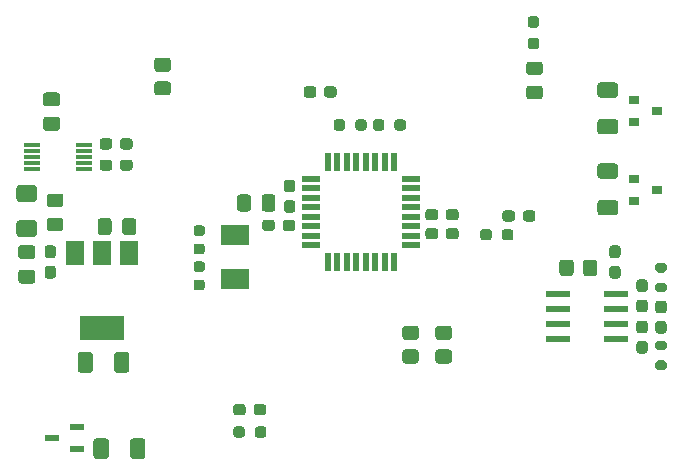
<source format=gbr>
%TF.GenerationSoftware,KiCad,Pcbnew,(5.1.9)-1*%
%TF.CreationDate,2021-06-02T07:50:45+02:00*%
%TF.ProjectId,MyReflowController,4d795265-666c-46f7-9743-6f6e74726f6c,rev?*%
%TF.SameCoordinates,Original*%
%TF.FileFunction,Paste,Top*%
%TF.FilePolarity,Positive*%
%FSLAX46Y46*%
G04 Gerber Fmt 4.6, Leading zero omitted, Abs format (unit mm)*
G04 Created by KiCad (PCBNEW (5.1.9)-1) date 2021-06-02 07:50:45*
%MOMM*%
%LPD*%
G01*
G04 APERTURE LIST*
%ADD10R,1.300000X0.600000*%
%ADD11R,0.900000X0.800000*%
%ADD12R,0.550000X1.500000*%
%ADD13R,1.500000X0.550000*%
%ADD14R,2.000000X0.600000*%
%ADD15R,3.800000X2.000000*%
%ADD16R,1.500000X2.000000*%
%ADD17R,1.400000X0.300000*%
%ADD18R,2.400000X1.700000*%
G04 APERTURE END LIST*
%TO.C,C1*%
G36*
G01*
X63797500Y-44412500D02*
X63322500Y-44412500D01*
G75*
G02*
X63085000Y-44175000I0J237500D01*
G01*
X63085000Y-43575000D01*
G75*
G02*
X63322500Y-43337500I237500J0D01*
G01*
X63797500Y-43337500D01*
G75*
G02*
X64035000Y-43575000I0J-237500D01*
G01*
X64035000Y-44175000D01*
G75*
G02*
X63797500Y-44412500I-237500J0D01*
G01*
G37*
G36*
G01*
X63797500Y-46137500D02*
X63322500Y-46137500D01*
G75*
G02*
X63085000Y-45900000I0J237500D01*
G01*
X63085000Y-45300000D01*
G75*
G02*
X63322500Y-45062500I237500J0D01*
G01*
X63797500Y-45062500D01*
G75*
G02*
X64035000Y-45300000I0J-237500D01*
G01*
X64035000Y-45900000D01*
G75*
G02*
X63797500Y-46137500I-237500J0D01*
G01*
G37*
%TD*%
%TO.C,C2*%
G36*
G01*
X64037500Y-46962500D02*
X64037500Y-47437500D01*
G75*
G02*
X63800000Y-47675000I-237500J0D01*
G01*
X63200000Y-47675000D01*
G75*
G02*
X62962500Y-47437500I0J237500D01*
G01*
X62962500Y-46962500D01*
G75*
G02*
X63200000Y-46725000I237500J0D01*
G01*
X63800000Y-46725000D01*
G75*
G02*
X64037500Y-46962500I0J-237500D01*
G01*
G37*
G36*
G01*
X62312500Y-46962500D02*
X62312500Y-47437500D01*
G75*
G02*
X62075000Y-47675000I-237500J0D01*
G01*
X61475000Y-47675000D01*
G75*
G02*
X61237500Y-47437500I0J237500D01*
G01*
X61237500Y-46962500D01*
G75*
G02*
X61475000Y-46725000I237500J0D01*
G01*
X62075000Y-46725000D01*
G75*
G02*
X62312500Y-46962500I0J-237500D01*
G01*
G37*
%TD*%
%TO.C,C3*%
G36*
G01*
X60287500Y-44825000D02*
X60287500Y-45775000D01*
G75*
G02*
X60037500Y-46025000I-250000J0D01*
G01*
X59362500Y-46025000D01*
G75*
G02*
X59112500Y-45775000I0J250000D01*
G01*
X59112500Y-44825000D01*
G75*
G02*
X59362500Y-44575000I250000J0D01*
G01*
X60037500Y-44575000D01*
G75*
G02*
X60287500Y-44825000I0J-250000D01*
G01*
G37*
G36*
G01*
X62362500Y-44825000D02*
X62362500Y-45775000D01*
G75*
G02*
X62112500Y-46025000I-250000J0D01*
G01*
X61437500Y-46025000D01*
G75*
G02*
X61187500Y-45775000I0J250000D01*
G01*
X61187500Y-44825000D01*
G75*
G02*
X61437500Y-44575000I250000J0D01*
G01*
X62112500Y-44575000D01*
G75*
G02*
X62362500Y-44825000I0J-250000D01*
G01*
G37*
%TD*%
%TO.C,C4*%
G36*
G01*
X77862500Y-46062500D02*
X77862500Y-46537500D01*
G75*
G02*
X77625000Y-46775000I-237500J0D01*
G01*
X77025000Y-46775000D01*
G75*
G02*
X76787500Y-46537500I0J237500D01*
G01*
X76787500Y-46062500D01*
G75*
G02*
X77025000Y-45825000I237500J0D01*
G01*
X77625000Y-45825000D01*
G75*
G02*
X77862500Y-46062500I0J-237500D01*
G01*
G37*
G36*
G01*
X76137500Y-46062500D02*
X76137500Y-46537500D01*
G75*
G02*
X75900000Y-46775000I-237500J0D01*
G01*
X75300000Y-46775000D01*
G75*
G02*
X75062500Y-46537500I0J237500D01*
G01*
X75062500Y-46062500D01*
G75*
G02*
X75300000Y-45825000I237500J0D01*
G01*
X75900000Y-45825000D01*
G75*
G02*
X76137500Y-46062500I0J-237500D01*
G01*
G37*
%TD*%
%TO.C,C5*%
G36*
G01*
X55650000Y-47200000D02*
X56150000Y-47200000D01*
G75*
G02*
X56375000Y-47425000I0J-225000D01*
G01*
X56375000Y-47875000D01*
G75*
G02*
X56150000Y-48100000I-225000J0D01*
G01*
X55650000Y-48100000D01*
G75*
G02*
X55425000Y-47875000I0J225000D01*
G01*
X55425000Y-47425000D01*
G75*
G02*
X55650000Y-47200000I225000J0D01*
G01*
G37*
G36*
G01*
X55650000Y-48750000D02*
X56150000Y-48750000D01*
G75*
G02*
X56375000Y-48975000I0J-225000D01*
G01*
X56375000Y-49425000D01*
G75*
G02*
X56150000Y-49650000I-225000J0D01*
G01*
X55650000Y-49650000D01*
G75*
G02*
X55425000Y-49425000I0J225000D01*
G01*
X55425000Y-48975000D01*
G75*
G02*
X55650000Y-48750000I225000J0D01*
G01*
G37*
%TD*%
%TO.C,C6*%
G36*
G01*
X76137500Y-47662500D02*
X76137500Y-48137500D01*
G75*
G02*
X75900000Y-48375000I-237500J0D01*
G01*
X75300000Y-48375000D01*
G75*
G02*
X75062500Y-48137500I0J237500D01*
G01*
X75062500Y-47662500D01*
G75*
G02*
X75300000Y-47425000I237500J0D01*
G01*
X75900000Y-47425000D01*
G75*
G02*
X76137500Y-47662500I0J-237500D01*
G01*
G37*
G36*
G01*
X77862500Y-47662500D02*
X77862500Y-48137500D01*
G75*
G02*
X77625000Y-48375000I-237500J0D01*
G01*
X77025000Y-48375000D01*
G75*
G02*
X76787500Y-48137500I0J237500D01*
G01*
X76787500Y-47662500D01*
G75*
G02*
X77025000Y-47425000I237500J0D01*
G01*
X77625000Y-47425000D01*
G75*
G02*
X77862500Y-47662500I0J-237500D01*
G01*
G37*
%TD*%
%TO.C,C7*%
G36*
G01*
X93637500Y-56337500D02*
X93162500Y-56337500D01*
G75*
G02*
X92925000Y-56100000I0J237500D01*
G01*
X92925000Y-55500000D01*
G75*
G02*
X93162500Y-55262500I237500J0D01*
G01*
X93637500Y-55262500D01*
G75*
G02*
X93875000Y-55500000I0J-237500D01*
G01*
X93875000Y-56100000D01*
G75*
G02*
X93637500Y-56337500I-237500J0D01*
G01*
G37*
G36*
G01*
X93637500Y-58062500D02*
X93162500Y-58062500D01*
G75*
G02*
X92925000Y-57825000I0J237500D01*
G01*
X92925000Y-57225000D01*
G75*
G02*
X93162500Y-56987500I237500J0D01*
G01*
X93637500Y-56987500D01*
G75*
G02*
X93875000Y-57225000I0J-237500D01*
G01*
X93875000Y-57825000D01*
G75*
G02*
X93637500Y-58062500I-237500J0D01*
G01*
G37*
%TD*%
%TO.C,C8*%
G36*
G01*
X95237500Y-54637500D02*
X94762500Y-54637500D01*
G75*
G02*
X94525000Y-54400000I0J237500D01*
G01*
X94525000Y-53800000D01*
G75*
G02*
X94762500Y-53562500I237500J0D01*
G01*
X95237500Y-53562500D01*
G75*
G02*
X95475000Y-53800000I0J-237500D01*
G01*
X95475000Y-54400000D01*
G75*
G02*
X95237500Y-54637500I-237500J0D01*
G01*
G37*
G36*
G01*
X95237500Y-56362500D02*
X94762500Y-56362500D01*
G75*
G02*
X94525000Y-56125000I0J237500D01*
G01*
X94525000Y-55525000D01*
G75*
G02*
X94762500Y-55287500I237500J0D01*
G01*
X95237500Y-55287500D01*
G75*
G02*
X95475000Y-55525000I0J-237500D01*
G01*
X95475000Y-56125000D01*
G75*
G02*
X95237500Y-56362500I-237500J0D01*
G01*
G37*
%TD*%
%TO.C,C9*%
G36*
G01*
X55650000Y-51800000D02*
X56150000Y-51800000D01*
G75*
G02*
X56375000Y-52025000I0J-225000D01*
G01*
X56375000Y-52475000D01*
G75*
G02*
X56150000Y-52700000I-225000J0D01*
G01*
X55650000Y-52700000D01*
G75*
G02*
X55425000Y-52475000I0J225000D01*
G01*
X55425000Y-52025000D01*
G75*
G02*
X55650000Y-51800000I225000J0D01*
G01*
G37*
G36*
G01*
X55650000Y-50250000D02*
X56150000Y-50250000D01*
G75*
G02*
X56375000Y-50475000I0J-225000D01*
G01*
X56375000Y-50925000D01*
G75*
G02*
X56150000Y-51150000I-225000J0D01*
G01*
X55650000Y-51150000D01*
G75*
G02*
X55425000Y-50925000I0J225000D01*
G01*
X55425000Y-50475000D01*
G75*
G02*
X55650000Y-50250000I225000J0D01*
G01*
G37*
%TD*%
%TO.C,C10*%
G36*
G01*
X93637500Y-54562500D02*
X93162500Y-54562500D01*
G75*
G02*
X92925000Y-54325000I0J237500D01*
G01*
X92925000Y-53725000D01*
G75*
G02*
X93162500Y-53487500I237500J0D01*
G01*
X93637500Y-53487500D01*
G75*
G02*
X93875000Y-53725000I0J-237500D01*
G01*
X93875000Y-54325000D01*
G75*
G02*
X93637500Y-54562500I-237500J0D01*
G01*
G37*
G36*
G01*
X93637500Y-52837500D02*
X93162500Y-52837500D01*
G75*
G02*
X92925000Y-52600000I0J237500D01*
G01*
X92925000Y-52000000D01*
G75*
G02*
X93162500Y-51762500I237500J0D01*
G01*
X93637500Y-51762500D01*
G75*
G02*
X93875000Y-52000000I0J-237500D01*
G01*
X93875000Y-52600000D01*
G75*
G02*
X93637500Y-52837500I-237500J0D01*
G01*
G37*
%TD*%
%TO.C,C11*%
G36*
G01*
X41775000Y-52125000D02*
X40825000Y-52125000D01*
G75*
G02*
X40575000Y-51875000I0J250000D01*
G01*
X40575000Y-51200000D01*
G75*
G02*
X40825000Y-50950000I250000J0D01*
G01*
X41775000Y-50950000D01*
G75*
G02*
X42025000Y-51200000I0J-250000D01*
G01*
X42025000Y-51875000D01*
G75*
G02*
X41775000Y-52125000I-250000J0D01*
G01*
G37*
G36*
G01*
X41775000Y-50050000D02*
X40825000Y-50050000D01*
G75*
G02*
X40575000Y-49800000I0J250000D01*
G01*
X40575000Y-49125000D01*
G75*
G02*
X40825000Y-48875000I250000J0D01*
G01*
X41775000Y-48875000D01*
G75*
G02*
X42025000Y-49125000I0J-250000D01*
G01*
X42025000Y-49800000D01*
G75*
G02*
X41775000Y-50050000I-250000J0D01*
G01*
G37*
%TD*%
%TO.C,C12*%
G36*
G01*
X91337500Y-51700000D02*
X90862500Y-51700000D01*
G75*
G02*
X90625000Y-51462500I0J237500D01*
G01*
X90625000Y-50862500D01*
G75*
G02*
X90862500Y-50625000I237500J0D01*
G01*
X91337500Y-50625000D01*
G75*
G02*
X91575000Y-50862500I0J-237500D01*
G01*
X91575000Y-51462500D01*
G75*
G02*
X91337500Y-51700000I-237500J0D01*
G01*
G37*
G36*
G01*
X91337500Y-49975000D02*
X90862500Y-49975000D01*
G75*
G02*
X90625000Y-49737500I0J237500D01*
G01*
X90625000Y-49137500D01*
G75*
G02*
X90862500Y-48900000I237500J0D01*
G01*
X91337500Y-48900000D01*
G75*
G02*
X91575000Y-49137500I0J-237500D01*
G01*
X91575000Y-49737500D01*
G75*
G02*
X91337500Y-49975000I-237500J0D01*
G01*
G37*
%TD*%
%TO.C,C13*%
G36*
G01*
X43062500Y-48900000D02*
X43537500Y-48900000D01*
G75*
G02*
X43775000Y-49137500I0J-237500D01*
G01*
X43775000Y-49737500D01*
G75*
G02*
X43537500Y-49975000I-237500J0D01*
G01*
X43062500Y-49975000D01*
G75*
G02*
X42825000Y-49737500I0J237500D01*
G01*
X42825000Y-49137500D01*
G75*
G02*
X43062500Y-48900000I237500J0D01*
G01*
G37*
G36*
G01*
X43062500Y-50625000D02*
X43537500Y-50625000D01*
G75*
G02*
X43775000Y-50862500I0J-237500D01*
G01*
X43775000Y-51462500D01*
G75*
G02*
X43537500Y-51700000I-237500J0D01*
G01*
X43062500Y-51700000D01*
G75*
G02*
X42825000Y-51462500I0J237500D01*
G01*
X42825000Y-50862500D01*
G75*
G02*
X43062500Y-50625000I237500J0D01*
G01*
G37*
%TD*%
%TO.C,C14*%
G36*
G01*
X47312500Y-47775000D02*
X47312500Y-46825000D01*
G75*
G02*
X47562500Y-46575000I250000J0D01*
G01*
X48237500Y-46575000D01*
G75*
G02*
X48487500Y-46825000I0J-250000D01*
G01*
X48487500Y-47775000D01*
G75*
G02*
X48237500Y-48025000I-250000J0D01*
G01*
X47562500Y-48025000D01*
G75*
G02*
X47312500Y-47775000I0J250000D01*
G01*
G37*
G36*
G01*
X49387500Y-47775000D02*
X49387500Y-46825000D01*
G75*
G02*
X49637500Y-46575000I250000J0D01*
G01*
X50312500Y-46575000D01*
G75*
G02*
X50562500Y-46825000I0J-250000D01*
G01*
X50562500Y-47775000D01*
G75*
G02*
X50312500Y-48025000I-250000J0D01*
G01*
X49637500Y-48025000D01*
G75*
G02*
X49387500Y-47775000I0J250000D01*
G01*
G37*
%TD*%
%TO.C,C15*%
G36*
G01*
X67537500Y-35662500D02*
X67537500Y-36137500D01*
G75*
G02*
X67300000Y-36375000I-237500J0D01*
G01*
X66700000Y-36375000D01*
G75*
G02*
X66462500Y-36137500I0J237500D01*
G01*
X66462500Y-35662500D01*
G75*
G02*
X66700000Y-35425000I237500J0D01*
G01*
X67300000Y-35425000D01*
G75*
G02*
X67537500Y-35662500I0J-237500D01*
G01*
G37*
G36*
G01*
X65812500Y-35662500D02*
X65812500Y-36137500D01*
G75*
G02*
X65575000Y-36375000I-237500J0D01*
G01*
X64975000Y-36375000D01*
G75*
G02*
X64737500Y-36137500I0J237500D01*
G01*
X64737500Y-35662500D01*
G75*
G02*
X64975000Y-35425000I237500J0D01*
G01*
X65575000Y-35425000D01*
G75*
G02*
X65812500Y-35662500I0J-237500D01*
G01*
G37*
%TD*%
%TO.C,C16*%
G36*
G01*
X48537500Y-41862500D02*
X48537500Y-42337500D01*
G75*
G02*
X48300000Y-42575000I-237500J0D01*
G01*
X47700000Y-42575000D01*
G75*
G02*
X47462500Y-42337500I0J237500D01*
G01*
X47462500Y-41862500D01*
G75*
G02*
X47700000Y-41625000I237500J0D01*
G01*
X48300000Y-41625000D01*
G75*
G02*
X48537500Y-41862500I0J-237500D01*
G01*
G37*
G36*
G01*
X50262500Y-41862500D02*
X50262500Y-42337500D01*
G75*
G02*
X50025000Y-42575000I-237500J0D01*
G01*
X49425000Y-42575000D01*
G75*
G02*
X49187500Y-42337500I0J237500D01*
G01*
X49187500Y-41862500D01*
G75*
G02*
X49425000Y-41625000I237500J0D01*
G01*
X50025000Y-41625000D01*
G75*
G02*
X50262500Y-41862500I0J-237500D01*
G01*
G37*
%TD*%
%TO.C,C17*%
G36*
G01*
X43875000Y-37112500D02*
X42925000Y-37112500D01*
G75*
G02*
X42675000Y-36862500I0J250000D01*
G01*
X42675000Y-36187500D01*
G75*
G02*
X42925000Y-35937500I250000J0D01*
G01*
X43875000Y-35937500D01*
G75*
G02*
X44125000Y-36187500I0J-250000D01*
G01*
X44125000Y-36862500D01*
G75*
G02*
X43875000Y-37112500I-250000J0D01*
G01*
G37*
G36*
G01*
X43875000Y-39187500D02*
X42925000Y-39187500D01*
G75*
G02*
X42675000Y-38937500I0J250000D01*
G01*
X42675000Y-38262500D01*
G75*
G02*
X42925000Y-38012500I250000J0D01*
G01*
X43875000Y-38012500D01*
G75*
G02*
X44125000Y-38262500I0J-250000D01*
G01*
X44125000Y-38937500D01*
G75*
G02*
X43875000Y-39187500I-250000J0D01*
G01*
G37*
%TD*%
%TO.C,C18*%
G36*
G01*
X48537500Y-40062500D02*
X48537500Y-40537500D01*
G75*
G02*
X48300000Y-40775000I-237500J0D01*
G01*
X47700000Y-40775000D01*
G75*
G02*
X47462500Y-40537500I0J237500D01*
G01*
X47462500Y-40062500D01*
G75*
G02*
X47700000Y-39825000I237500J0D01*
G01*
X48300000Y-39825000D01*
G75*
G02*
X48537500Y-40062500I0J-237500D01*
G01*
G37*
G36*
G01*
X50262500Y-40062500D02*
X50262500Y-40537500D01*
G75*
G02*
X50025000Y-40775000I-237500J0D01*
G01*
X49425000Y-40775000D01*
G75*
G02*
X49187500Y-40537500I0J237500D01*
G01*
X49187500Y-40062500D01*
G75*
G02*
X49425000Y-39825000I237500J0D01*
G01*
X50025000Y-39825000D01*
G75*
G02*
X50262500Y-40062500I0J-237500D01*
G01*
G37*
%TD*%
%TO.C,D1*%
G36*
G01*
X84750001Y-36525000D02*
X83849999Y-36525000D01*
G75*
G02*
X83600000Y-36275001I0J249999D01*
G01*
X83600000Y-35624999D01*
G75*
G02*
X83849999Y-35375000I249999J0D01*
G01*
X84750001Y-35375000D01*
G75*
G02*
X85000000Y-35624999I0J-249999D01*
G01*
X85000000Y-36275001D01*
G75*
G02*
X84750001Y-36525000I-249999J0D01*
G01*
G37*
G36*
G01*
X84750001Y-34475000D02*
X83849999Y-34475000D01*
G75*
G02*
X83600000Y-34225001I0J249999D01*
G01*
X83600000Y-33574999D01*
G75*
G02*
X83849999Y-33325000I249999J0D01*
G01*
X84750001Y-33325000D01*
G75*
G02*
X85000000Y-33574999I0J-249999D01*
G01*
X85000000Y-34225001D01*
G75*
G02*
X84750001Y-34475000I-249999J0D01*
G01*
G37*
%TD*%
%TO.C,D2*%
G36*
G01*
X58775000Y-63037500D02*
X58775000Y-62562500D01*
G75*
G02*
X59012500Y-62325000I237500J0D01*
G01*
X59587500Y-62325000D01*
G75*
G02*
X59825000Y-62562500I0J-237500D01*
G01*
X59825000Y-63037500D01*
G75*
G02*
X59587500Y-63275000I-237500J0D01*
G01*
X59012500Y-63275000D01*
G75*
G02*
X58775000Y-63037500I0J237500D01*
G01*
G37*
G36*
G01*
X60525000Y-63037500D02*
X60525000Y-62562500D01*
G75*
G02*
X60762500Y-62325000I237500J0D01*
G01*
X61337500Y-62325000D01*
G75*
G02*
X61575000Y-62562500I0J-237500D01*
G01*
X61575000Y-63037500D01*
G75*
G02*
X61337500Y-63275000I-237500J0D01*
G01*
X60762500Y-63275000D01*
G75*
G02*
X60525000Y-63037500I0J237500D01*
G01*
G37*
%TD*%
%TO.C,D3*%
G36*
G01*
X84375000Y-46162500D02*
X84375000Y-46637500D01*
G75*
G02*
X84137500Y-46875000I-237500J0D01*
G01*
X83562500Y-46875000D01*
G75*
G02*
X83325000Y-46637500I0J237500D01*
G01*
X83325000Y-46162500D01*
G75*
G02*
X83562500Y-45925000I237500J0D01*
G01*
X84137500Y-45925000D01*
G75*
G02*
X84375000Y-46162500I0J-237500D01*
G01*
G37*
G36*
G01*
X82625000Y-46162500D02*
X82625000Y-46637500D01*
G75*
G02*
X82387500Y-46875000I-237500J0D01*
G01*
X81812500Y-46875000D01*
G75*
G02*
X81575000Y-46637500I0J237500D01*
G01*
X81575000Y-46162500D01*
G75*
G02*
X81812500Y-45925000I237500J0D01*
G01*
X82387500Y-45925000D01*
G75*
G02*
X82625000Y-46162500I0J-237500D01*
G01*
G37*
%TD*%
%TO.C,F1*%
G36*
G01*
X40675000Y-43787500D02*
X41925000Y-43787500D01*
G75*
G02*
X42175000Y-44037500I0J-250000D01*
G01*
X42175000Y-44962500D01*
G75*
G02*
X41925000Y-45212500I-250000J0D01*
G01*
X40675000Y-45212500D01*
G75*
G02*
X40425000Y-44962500I0J250000D01*
G01*
X40425000Y-44037500D01*
G75*
G02*
X40675000Y-43787500I250000J0D01*
G01*
G37*
G36*
G01*
X40675000Y-46762500D02*
X41925000Y-46762500D01*
G75*
G02*
X42175000Y-47012500I0J-250000D01*
G01*
X42175000Y-47937500D01*
G75*
G02*
X41925000Y-48187500I-250000J0D01*
G01*
X40675000Y-48187500D01*
G75*
G02*
X40425000Y-47937500I0J250000D01*
G01*
X40425000Y-47012500D01*
G75*
G02*
X40675000Y-46762500I250000J0D01*
G01*
G37*
%TD*%
%TO.C,FB1*%
G36*
G01*
X44150001Y-47700000D02*
X43249999Y-47700000D01*
G75*
G02*
X43000000Y-47450001I0J249999D01*
G01*
X43000000Y-46799999D01*
G75*
G02*
X43249999Y-46550000I249999J0D01*
G01*
X44150001Y-46550000D01*
G75*
G02*
X44400000Y-46799999I0J-249999D01*
G01*
X44400000Y-47450001D01*
G75*
G02*
X44150001Y-47700000I-249999J0D01*
G01*
G37*
G36*
G01*
X44150001Y-45650000D02*
X43249999Y-45650000D01*
G75*
G02*
X43000000Y-45400001I0J249999D01*
G01*
X43000000Y-44749999D01*
G75*
G02*
X43249999Y-44500000I249999J0D01*
G01*
X44150001Y-44500000D01*
G75*
G02*
X44400000Y-44749999I0J-249999D01*
G01*
X44400000Y-45400001D01*
G75*
G02*
X44150001Y-45650000I-249999J0D01*
G01*
G37*
%TD*%
D10*
%TO.C,Q1*%
X43450000Y-65200000D03*
X45550000Y-64250000D03*
X45550000Y-66150000D03*
%TD*%
D11*
%TO.C,Q2*%
X92700000Y-36550000D03*
X92700000Y-38450000D03*
X94700000Y-37500000D03*
%TD*%
%TO.C,Q3*%
X94700000Y-44200000D03*
X92700000Y-45150000D03*
X92700000Y-43250000D03*
%TD*%
%TO.C,R1*%
G36*
G01*
X69112500Y-38937500D02*
X69112500Y-38462500D01*
G75*
G02*
X69350000Y-38225000I237500J0D01*
G01*
X69850000Y-38225000D01*
G75*
G02*
X70087500Y-38462500I0J-237500D01*
G01*
X70087500Y-38937500D01*
G75*
G02*
X69850000Y-39175000I-237500J0D01*
G01*
X69350000Y-39175000D01*
G75*
G02*
X69112500Y-38937500I0J237500D01*
G01*
G37*
G36*
G01*
X67287500Y-38937500D02*
X67287500Y-38462500D01*
G75*
G02*
X67525000Y-38225000I237500J0D01*
G01*
X68025000Y-38225000D01*
G75*
G02*
X68262500Y-38462500I0J-237500D01*
G01*
X68262500Y-38937500D01*
G75*
G02*
X68025000Y-39175000I-237500J0D01*
G01*
X67525000Y-39175000D01*
G75*
G02*
X67287500Y-38937500I0J237500D01*
G01*
G37*
%TD*%
%TO.C,R2*%
G36*
G01*
X71587500Y-38462500D02*
X71587500Y-38937500D01*
G75*
G02*
X71350000Y-39175000I-237500J0D01*
G01*
X70850000Y-39175000D01*
G75*
G02*
X70612500Y-38937500I0J237500D01*
G01*
X70612500Y-38462500D01*
G75*
G02*
X70850000Y-38225000I237500J0D01*
G01*
X71350000Y-38225000D01*
G75*
G02*
X71587500Y-38462500I0J-237500D01*
G01*
G37*
G36*
G01*
X73412500Y-38462500D02*
X73412500Y-38937500D01*
G75*
G02*
X73175000Y-39175000I-237500J0D01*
G01*
X72675000Y-39175000D01*
G75*
G02*
X72437500Y-38937500I0J237500D01*
G01*
X72437500Y-38462500D01*
G75*
G02*
X72675000Y-38225000I237500J0D01*
G01*
X73175000Y-38225000D01*
G75*
G02*
X73412500Y-38462500I0J-237500D01*
G01*
G37*
%TD*%
%TO.C,R3*%
G36*
G01*
X52349999Y-35000000D02*
X53250001Y-35000000D01*
G75*
G02*
X53500000Y-35249999I0J-249999D01*
G01*
X53500000Y-35950001D01*
G75*
G02*
X53250001Y-36200000I-249999J0D01*
G01*
X52349999Y-36200000D01*
G75*
G02*
X52100000Y-35950001I0J249999D01*
G01*
X52100000Y-35249999D01*
G75*
G02*
X52349999Y-35000000I249999J0D01*
G01*
G37*
G36*
G01*
X52349999Y-33000000D02*
X53250001Y-33000000D01*
G75*
G02*
X53500000Y-33249999I0J-249999D01*
G01*
X53500000Y-33950001D01*
G75*
G02*
X53250001Y-34200000I-249999J0D01*
G01*
X52349999Y-34200000D01*
G75*
G02*
X52100000Y-33950001I0J249999D01*
G01*
X52100000Y-33249999D01*
G75*
G02*
X52349999Y-33000000I249999J0D01*
G01*
G37*
%TD*%
%TO.C,R4*%
G36*
G01*
X76149999Y-55700000D02*
X77050001Y-55700000D01*
G75*
G02*
X77300000Y-55949999I0J-249999D01*
G01*
X77300000Y-56650001D01*
G75*
G02*
X77050001Y-56900000I-249999J0D01*
G01*
X76149999Y-56900000D01*
G75*
G02*
X75900000Y-56650001I0J249999D01*
G01*
X75900000Y-55949999D01*
G75*
G02*
X76149999Y-55700000I249999J0D01*
G01*
G37*
G36*
G01*
X76149999Y-57700000D02*
X77050001Y-57700000D01*
G75*
G02*
X77300000Y-57949999I0J-249999D01*
G01*
X77300000Y-58650001D01*
G75*
G02*
X77050001Y-58900000I-249999J0D01*
G01*
X76149999Y-58900000D01*
G75*
G02*
X75900000Y-58650001I0J249999D01*
G01*
X75900000Y-57949999D01*
G75*
G02*
X76149999Y-57700000I249999J0D01*
G01*
G37*
%TD*%
%TO.C,R5*%
G36*
G01*
X48700000Y-59425001D02*
X48700000Y-58174999D01*
G75*
G02*
X48949999Y-57925000I249999J0D01*
G01*
X49750001Y-57925000D01*
G75*
G02*
X50000000Y-58174999I0J-249999D01*
G01*
X50000000Y-59425001D01*
G75*
G02*
X49750001Y-59675000I-249999J0D01*
G01*
X48949999Y-59675000D01*
G75*
G02*
X48700000Y-59425001I0J249999D01*
G01*
G37*
G36*
G01*
X45600000Y-59425001D02*
X45600000Y-58174999D01*
G75*
G02*
X45849999Y-57925000I249999J0D01*
G01*
X46650001Y-57925000D01*
G75*
G02*
X46900000Y-58174999I0J-249999D01*
G01*
X46900000Y-59425001D01*
G75*
G02*
X46650001Y-59675000I-249999J0D01*
G01*
X45849999Y-59675000D01*
G75*
G02*
X45600000Y-59425001I0J249999D01*
G01*
G37*
%TD*%
%TO.C,R6*%
G36*
G01*
X73349999Y-57700000D02*
X74250001Y-57700000D01*
G75*
G02*
X74500000Y-57949999I0J-249999D01*
G01*
X74500000Y-58650001D01*
G75*
G02*
X74250001Y-58900000I-249999J0D01*
G01*
X73349999Y-58900000D01*
G75*
G02*
X73100000Y-58650001I0J249999D01*
G01*
X73100000Y-57949999D01*
G75*
G02*
X73349999Y-57700000I249999J0D01*
G01*
G37*
G36*
G01*
X73349999Y-55700000D02*
X74250001Y-55700000D01*
G75*
G02*
X74500000Y-55949999I0J-249999D01*
G01*
X74500000Y-56650001D01*
G75*
G02*
X74250001Y-56900000I-249999J0D01*
G01*
X73349999Y-56900000D01*
G75*
G02*
X73100000Y-56650001I0J249999D01*
G01*
X73100000Y-55949999D01*
G75*
G02*
X73349999Y-55700000I249999J0D01*
G01*
G37*
%TD*%
%TO.C,R7*%
G36*
G01*
X50050000Y-66725001D02*
X50050000Y-65474999D01*
G75*
G02*
X50299999Y-65225000I249999J0D01*
G01*
X51100001Y-65225000D01*
G75*
G02*
X51350000Y-65474999I0J-249999D01*
G01*
X51350000Y-66725001D01*
G75*
G02*
X51100001Y-66975000I-249999J0D01*
G01*
X50299999Y-66975000D01*
G75*
G02*
X50050000Y-66725001I0J249999D01*
G01*
G37*
G36*
G01*
X46950000Y-66725001D02*
X46950000Y-65474999D01*
G75*
G02*
X47199999Y-65225000I249999J0D01*
G01*
X48000001Y-65225000D01*
G75*
G02*
X48250000Y-65474999I0J-249999D01*
G01*
X48250000Y-66725001D01*
G75*
G02*
X48000001Y-66975000I-249999J0D01*
G01*
X47199999Y-66975000D01*
G75*
G02*
X46950000Y-66725001I0J249999D01*
G01*
G37*
%TD*%
%TO.C,R8*%
G36*
G01*
X91125001Y-39500000D02*
X89874999Y-39500000D01*
G75*
G02*
X89625000Y-39250001I0J249999D01*
G01*
X89625000Y-38449999D01*
G75*
G02*
X89874999Y-38200000I249999J0D01*
G01*
X91125001Y-38200000D01*
G75*
G02*
X91375000Y-38449999I0J-249999D01*
G01*
X91375000Y-39250001D01*
G75*
G02*
X91125001Y-39500000I-249999J0D01*
G01*
G37*
G36*
G01*
X91125001Y-36400000D02*
X89874999Y-36400000D01*
G75*
G02*
X89625000Y-36150001I0J249999D01*
G01*
X89625000Y-35349999D01*
G75*
G02*
X89874999Y-35100000I249999J0D01*
G01*
X91125001Y-35100000D01*
G75*
G02*
X91375000Y-35349999I0J-249999D01*
G01*
X91375000Y-36150001D01*
G75*
G02*
X91125001Y-36400000I-249999J0D01*
G01*
G37*
%TD*%
%TO.C,R9*%
G36*
G01*
X91125001Y-46350000D02*
X89874999Y-46350000D01*
G75*
G02*
X89625000Y-46100001I0J249999D01*
G01*
X89625000Y-45299999D01*
G75*
G02*
X89874999Y-45050000I249999J0D01*
G01*
X91125001Y-45050000D01*
G75*
G02*
X91375000Y-45299999I0J-249999D01*
G01*
X91375000Y-46100001D01*
G75*
G02*
X91125001Y-46350000I-249999J0D01*
G01*
G37*
G36*
G01*
X91125001Y-43250000D02*
X89874999Y-43250000D01*
G75*
G02*
X89625000Y-43000001I0J249999D01*
G01*
X89625000Y-42199999D01*
G75*
G02*
X89874999Y-41950000I249999J0D01*
G01*
X91125001Y-41950000D01*
G75*
G02*
X91375000Y-42199999I0J-249999D01*
G01*
X91375000Y-43000001D01*
G75*
G02*
X91125001Y-43250000I-249999J0D01*
G01*
G37*
%TD*%
%TO.C,R10*%
G36*
G01*
X83962500Y-29487500D02*
X84437500Y-29487500D01*
G75*
G02*
X84675000Y-29725000I0J-237500D01*
G01*
X84675000Y-30225000D01*
G75*
G02*
X84437500Y-30462500I-237500J0D01*
G01*
X83962500Y-30462500D01*
G75*
G02*
X83725000Y-30225000I0J237500D01*
G01*
X83725000Y-29725000D01*
G75*
G02*
X83962500Y-29487500I237500J0D01*
G01*
G37*
G36*
G01*
X83962500Y-31312500D02*
X84437500Y-31312500D01*
G75*
G02*
X84675000Y-31550000I0J-237500D01*
G01*
X84675000Y-32050000D01*
G75*
G02*
X84437500Y-32287500I-237500J0D01*
G01*
X83962500Y-32287500D01*
G75*
G02*
X83725000Y-32050000I0J237500D01*
G01*
X83725000Y-31550000D01*
G75*
G02*
X83962500Y-31312500I237500J0D01*
G01*
G37*
%TD*%
%TO.C,R11*%
G36*
G01*
X61587500Y-64462500D02*
X61587500Y-64937500D01*
G75*
G02*
X61350000Y-65175000I-237500J0D01*
G01*
X60850000Y-65175000D01*
G75*
G02*
X60612500Y-64937500I0J237500D01*
G01*
X60612500Y-64462500D01*
G75*
G02*
X60850000Y-64225000I237500J0D01*
G01*
X61350000Y-64225000D01*
G75*
G02*
X61587500Y-64462500I0J-237500D01*
G01*
G37*
G36*
G01*
X59762500Y-64462500D02*
X59762500Y-64937500D01*
G75*
G02*
X59525000Y-65175000I-237500J0D01*
G01*
X59025000Y-65175000D01*
G75*
G02*
X58787500Y-64937500I0J237500D01*
G01*
X58787500Y-64462500D01*
G75*
G02*
X59025000Y-64225000I237500J0D01*
G01*
X59525000Y-64225000D01*
G75*
G02*
X59762500Y-64462500I0J-237500D01*
G01*
G37*
%TD*%
%TO.C,R12*%
G36*
G01*
X89600000Y-50349999D02*
X89600000Y-51250001D01*
G75*
G02*
X89350001Y-51500000I-249999J0D01*
G01*
X88649999Y-51500000D01*
G75*
G02*
X88400000Y-51250001I0J249999D01*
G01*
X88400000Y-50349999D01*
G75*
G02*
X88649999Y-50100000I249999J0D01*
G01*
X89350001Y-50100000D01*
G75*
G02*
X89600000Y-50349999I0J-249999D01*
G01*
G37*
G36*
G01*
X87600000Y-50349999D02*
X87600000Y-51250001D01*
G75*
G02*
X87350001Y-51500000I-249999J0D01*
G01*
X86649999Y-51500000D01*
G75*
G02*
X86400000Y-51250001I0J249999D01*
G01*
X86400000Y-50349999D01*
G75*
G02*
X86649999Y-50100000I249999J0D01*
G01*
X87350001Y-50100000D01*
G75*
G02*
X87600000Y-50349999I0J-249999D01*
G01*
G37*
%TD*%
%TO.C,R13*%
G36*
G01*
X94725000Y-58625000D02*
X95275000Y-58625000D01*
G75*
G02*
X95475000Y-58825000I0J-200000D01*
G01*
X95475000Y-59225000D01*
G75*
G02*
X95275000Y-59425000I-200000J0D01*
G01*
X94725000Y-59425000D01*
G75*
G02*
X94525000Y-59225000I0J200000D01*
G01*
X94525000Y-58825000D01*
G75*
G02*
X94725000Y-58625000I200000J0D01*
G01*
G37*
G36*
G01*
X94725000Y-56975000D02*
X95275000Y-56975000D01*
G75*
G02*
X95475000Y-57175000I0J-200000D01*
G01*
X95475000Y-57575000D01*
G75*
G02*
X95275000Y-57775000I-200000J0D01*
G01*
X94725000Y-57775000D01*
G75*
G02*
X94525000Y-57575000I0J200000D01*
G01*
X94525000Y-57175000D01*
G75*
G02*
X94725000Y-56975000I200000J0D01*
G01*
G37*
%TD*%
%TO.C,R14*%
G36*
G01*
X95275000Y-52850000D02*
X94725000Y-52850000D01*
G75*
G02*
X94525000Y-52650000I0J200000D01*
G01*
X94525000Y-52250000D01*
G75*
G02*
X94725000Y-52050000I200000J0D01*
G01*
X95275000Y-52050000D01*
G75*
G02*
X95475000Y-52250000I0J-200000D01*
G01*
X95475000Y-52650000D01*
G75*
G02*
X95275000Y-52850000I-200000J0D01*
G01*
G37*
G36*
G01*
X95275000Y-51200000D02*
X94725000Y-51200000D01*
G75*
G02*
X94525000Y-51000000I0J200000D01*
G01*
X94525000Y-50600000D01*
G75*
G02*
X94725000Y-50400000I200000J0D01*
G01*
X95275000Y-50400000D01*
G75*
G02*
X95475000Y-50600000I0J-200000D01*
G01*
X95475000Y-51000000D01*
G75*
G02*
X95275000Y-51200000I-200000J0D01*
G01*
G37*
%TD*%
%TO.C,R15*%
G36*
G01*
X79700000Y-48237500D02*
X79700000Y-47762500D01*
G75*
G02*
X79937500Y-47525000I237500J0D01*
G01*
X80437500Y-47525000D01*
G75*
G02*
X80675000Y-47762500I0J-237500D01*
G01*
X80675000Y-48237500D01*
G75*
G02*
X80437500Y-48475000I-237500J0D01*
G01*
X79937500Y-48475000D01*
G75*
G02*
X79700000Y-48237500I0J237500D01*
G01*
G37*
G36*
G01*
X81525000Y-48237500D02*
X81525000Y-47762500D01*
G75*
G02*
X81762500Y-47525000I237500J0D01*
G01*
X82262500Y-47525000D01*
G75*
G02*
X82500000Y-47762500I0J-237500D01*
G01*
X82500000Y-48237500D01*
G75*
G02*
X82262500Y-48475000I-237500J0D01*
G01*
X81762500Y-48475000D01*
G75*
G02*
X81525000Y-48237500I0J237500D01*
G01*
G37*
%TD*%
D12*
%TO.C,U1*%
X66800000Y-50264000D03*
D13*
X65400000Y-43264000D03*
X65400000Y-44064000D03*
X65400000Y-44864000D03*
X65400000Y-45664000D03*
X65400000Y-46464000D03*
X65400000Y-47264000D03*
X65400000Y-48064000D03*
X65400000Y-48864000D03*
D12*
X67600000Y-50264000D03*
X68400000Y-50264000D03*
X69200000Y-50264000D03*
X70000000Y-50264000D03*
X70800000Y-50264000D03*
X71600000Y-50264000D03*
X72400000Y-50264000D03*
D13*
X73800000Y-48864000D03*
X73800000Y-48064000D03*
X73800000Y-47264000D03*
X73800000Y-46464000D03*
X73800000Y-45664000D03*
X73800000Y-44864000D03*
X73800000Y-44064000D03*
X73800000Y-43264000D03*
D12*
X72400000Y-41864000D03*
X71600000Y-41864000D03*
X70800000Y-41864000D03*
X70000000Y-41864000D03*
X69200000Y-41864000D03*
X68400000Y-41864000D03*
X67600000Y-41864000D03*
X66800000Y-41864000D03*
%TD*%
D14*
%TO.C,U2*%
X91150000Y-56805000D03*
X91150000Y-55535000D03*
X91150000Y-52995000D03*
X86250000Y-52995000D03*
X86250000Y-54265000D03*
X86250000Y-55535000D03*
X86250000Y-56805000D03*
X91150000Y-54265000D03*
%TD*%
D15*
%TO.C,U3*%
X47700000Y-55850000D03*
D16*
X47700000Y-49550000D03*
X45400000Y-49550000D03*
X50000000Y-49550000D03*
%TD*%
D17*
%TO.C,U4*%
X41784000Y-40424000D03*
X41784000Y-40924000D03*
X41784000Y-41424000D03*
X41784000Y-41924000D03*
X41784000Y-42424000D03*
X46184000Y-42424000D03*
X46184000Y-41924000D03*
X46184000Y-41424000D03*
X46184000Y-40924000D03*
X46184000Y-40424000D03*
%TD*%
D18*
%TO.C,Y1*%
X58900000Y-51700000D03*
X58900000Y-48000000D03*
%TD*%
M02*

</source>
